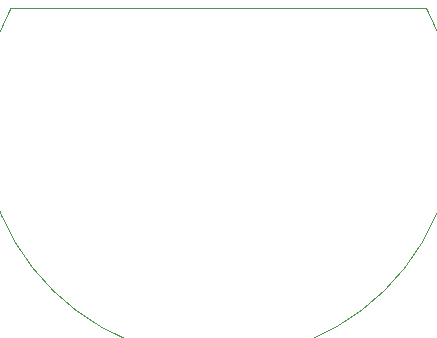
<source format=gbr>
%TF.GenerationSoftware,KiCad,Pcbnew,7.0.5*%
%TF.CreationDate,2025-01-26T16:56:52+00:00*%
%TF.ProjectId,smartwatch,736d6172-7477-4617-9463-682e6b696361,rev?*%
%TF.SameCoordinates,Original*%
%TF.FileFunction,Profile,NP*%
%FSLAX46Y46*%
G04 Gerber Fmt 4.6, Leading zero omitted, Abs format (unit mm)*
G04 Created by KiCad (PCBNEW 7.0.5) date 2025-01-26 16:56:52*
%MOMM*%
%LPD*%
G01*
G04 APERTURE LIST*
%TA.AperFunction,Profile*%
%ADD10C,0.100000*%
%TD*%
G04 APERTURE END LIST*
D10*
X27935217Y-32869223D02*
G75*
G03*
X63100000Y-32850000I17587645J-9600777D01*
G01*
X27935217Y-32869223D02*
X63100000Y-32850000D01*
M02*

</source>
